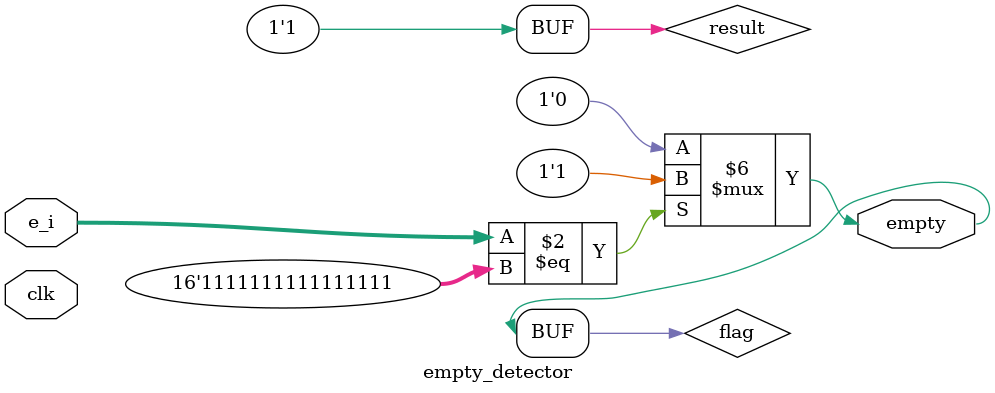
<source format=v>

module empty_detector
#(parameter N_CELLS=16)
(
	input  clk,
	input  [N_CELLS-1:0] e_i,
	output  empty
);
	
	// Local signal for computing the state of the FIFO 
	reg result=1;
	reg flag=1;
	
	always @ (*)
	begin
		// If all the FIFO cells have been read, detect 'empty'
		if (e_i == {N_CELLS{1'b1}})
			flag <= 1'b1;
		else
			flag <= 1'b0;
	end
	/*
	assign result = flag;
	always @ (posedge clk)
	begin
		if (flag == 1'b1)
		begin
			result <= 1'b1;
		end
		else
		begin
			result <= 1'b0;
		end
	end
	*/
	// Catch the calculated output condition of the FIFO 
	assign empty = flag;
	
endmodule

</source>
